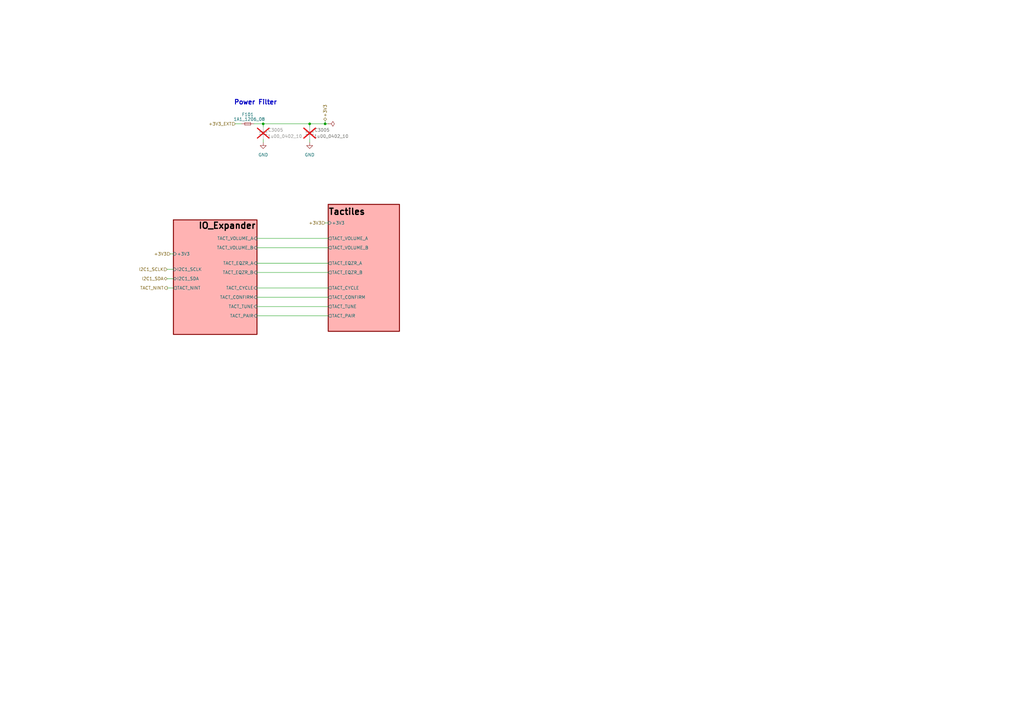
<source format=kicad_sch>
(kicad_sch (version 20230121) (generator eeschema)
  (paper "A3")
  (title_block (title "Tactile Board") (date "2023-08-07") (rev "1") (company "Beep Boop"))
  (lib_symbols
    (symbol "Device:C_Small" (pin_numbers hide) (pin_names (offset 0.254) hide)
      (property "Reference" "C" (at 0.254 1.778 0))
      (property "Value" "C_Small" (at 0.254 -2.032 0))
      (symbol "C_Small_0_1"
        (polyline (pts (xy -1.524 -0.508) (xy 1.524 -0.508)) (stroke (width 0.3302)))
        (polyline (pts (xy -1.524 0.508) (xy 1.524 0.508)) (stroke (width 0.3048)))
      )
      (symbol "C_Small_1_1"
        (pin passive line (at 0 2.54 270) (length 2.032) (name "~") (number "1"))
        (pin passive line (at 0 -2.54 90) (length 2.032) (name "~") (number "2"))
      )
    )
    (symbol "Device:Fuse_Small" (pin_numbers hide) (pin_names (offset 0.254) hide)
      (property "Reference" "F" (at 0 -1.524 0))
      (property "Value" "Fuse_Small" (at 0 1.524 0))
      (symbol "Fuse_Small_0_1"
        (rectangle (start -1.27 0.508) (end 1.27 -0.508))
        (polyline (pts (xy -1.27 0) (xy 1.27 0)))
      )
      (symbol "Fuse_Small_1_1"
        (pin passive line (at -2.54 0 0) (length 1.27) (name "~") (number "1"))
        (pin passive line (at 2.54 0 180) (length 1.27) (name "~") (number "2"))
      )
    )
    (symbol "power:GND" (power) (pin_names (offset 0))
      (property "Value" "GND" (at 0 -3.81 0))
      (symbol "GND_0_1"
        (polyline (pts (xy 0 0) (xy 0 -1.27) (xy 1.27 -1.27) (xy 0 -2.54) (xy -1.27 -1.27) (xy 0 -1.27)))
      )
      (symbol "GND_1_1"
        (pin power_in line (at 0 0 270) (length 0) hide (name "GND") (number "1"))
      )
    )
    (symbol "power:PWR_FLAG" (power) (pin_numbers hide) (pin_names (offset 0) hide)
      (property "Value" "PWR_FLAG" (at 0 3.81 0))
      (symbol "PWR_FLAG_0_0"
        (pin power_out line (at 0 0 90) (length 0) (name "pwr") (number "1"))
      )
      (symbol "PWR_FLAG_0_1"
        (polyline (pts (xy 0 0) (xy 0 1.27) (xy -1.016 1.905) (xy 0 2.54) (xy 1.016 1.905) (xy 0 1.27)))
      )
    )
  )
  (junction (at 127 50.8))
  (junction (at 107.95 50.8))
  (junction (at 133.35 50.8))
  (wire (pts (xy 105.41 111.76) (xy 134.62 111.76)))
  (wire (pts (xy 68.58 110.49) (xy 71.12 110.49)))
  (wire (pts (xy 96.52 50.8) (xy 99.06 50.8)))
  (wire (pts (xy 105.41 125.73) (xy 134.62 125.73)))
  (wire (pts (xy 133.35 50.8) (xy 134.62 50.8)))
  (wire (pts (xy 105.41 107.95) (xy 134.62 107.95)))
  (wire (pts (xy 68.58 114.3) (xy 71.12 114.3)))
  (wire (pts (xy 105.41 129.54) (xy 134.62 129.54)))
  (wire (pts (xy 105.41 101.6) (xy 134.62 101.6)))
  (wire (pts (xy 105.41 97.79) (xy 134.62 97.79)))
  (wire (pts (xy 105.41 121.92) (xy 134.62 121.92)))
  (wire (pts (xy 104.14 50.8) (xy 107.95 50.8)))
  (wire (pts (xy 107.95 50.8) (xy 127 50.8)))
  (wire (pts (xy 107.95 57.15) (xy 107.95 58.42)))
  (wire (pts (xy 127 57.15) (xy 127 58.42)))
  (wire (pts (xy 107.95 52.07) (xy 107.95 50.8)))
  (wire (pts (xy 133.35 91.44) (xy 134.62 91.44)))
  (wire (pts (xy 127 50.8) (xy 133.35 50.8)))
  (wire (pts (xy 68.58 118.11) (xy 71.12 118.11)))
  (wire (pts (xy 127 50.8) (xy 127 52.07)))
  (wire (pts (xy 133.35 49.53) (xy 133.35 50.8)))
  (wire (pts (xy 69.85 104.14) (xy 71.12 104.14)))
  (wire (pts (xy 105.41 118.11) (xy 134.62 118.11)))
  (text "Power Filter\n" (at 95.885 43.18 0) (effects (font (size 1.905 1.905) (thickness 0.381) bold) (justify left bottom)))
  (hierarchical_label "+3V3" (shape input) (at 133.35 91.44 180))
  (hierarchical_label "I2C1_SDA" (shape bidirectional) (at 68.58 114.3 180))
  (hierarchical_label "TACT_NINT" (shape output) (at 68.58 118.11 180))
  (hierarchical_label "I2C1_SCLK" (shape input) (at 68.58 110.49 180))
  (hierarchical_label "+3V3" (shape bidirectional) (at 133.35 49.53 90))
  (hierarchical_label "+3V3_EXT" (shape input) (at 96.52 50.8 180))
  (hierarchical_label "+3V3" (shape input) (at 69.85 104.14 180))
  (symbol (lib_id "Device:C_Small") (at 127 54.61 180) (unit 1) (dnp yes)
    (property "Reference" "C3005" (at 132.08 53.34 0))
    (property "Value" "1u00_0402_10" (at 135.89 55.88 0))
    (property "Footprint" "Footprint_Library:0402_1005Metric_Handsolder" (effects hide))
    (instances (project "Tactile_Board" (path "" (reference "C3005") (unit 1)) (path "" (reference "C1101") (unit 1)) (path "" (reference "C101") (unit 1))) (project "Beacon" (path "" (reference "C16") (unit 1)) (path "" (reference "C49") (unit 1)) (path "" (reference "C53") (unit 1)) (path "" (reference "C14003") (unit 1))) (project "Beacon_Multiboard" (path "" (reference "C302") (unit 1)) (path "" (reference "C16") (unit 1))))
  )
  (symbol (lib_id "power:PWR_FLAG") (at 134.62 50.8 270) (unit 1)
    (property "Reference" "#FLG0301" (effects hide))
    (property "Value" "PWR_FLAG" (effects hide))
  )
  (symbol (lib_id "Device:C_Small") (at 107.95 54.61 180) (unit 1) (dnp yes)
    (property "Reference" "C3005" (at 113.03 53.34 0))
    (property "Value" "1u00_0402_10" (at 116.84 55.88 0))
    (property "Footprint" "Footprint_Library:0402_1005Metric_Handsolder" (effects hide))
    (instances (project "Tactile_Board" (path "" (reference "C3005") (unit 1)) (path "" (reference "C1101") (unit 1)) (path "" (reference "C101") (unit 1))) (project "Beacon" (path "" (reference "C16") (unit 1)) (path "" (reference "C49") (unit 1)) (path "" (reference "C53") (unit 1)) (path "" (reference "C14003") (unit 1))) (project "Beacon_Multiboard" (path "" (reference "C301") (unit 1)) (path "" (reference "C16") (unit 1))))
  )
  (symbol (lib_id "power:GND") (at 107.95 58.42 0) (unit 1)
    (property "Reference" "#PWR0301" (effects hide))
    (property "Value" "GND" (at 107.95 63.5 0))
  )
  (symbol (lib_id "power:GND") (at 127 58.42 0) (unit 1)
    (property "Reference" "#PWR0517" (effects hide))
    (property "Value" "GND" (at 127 63.5 0))
  )
  (symbol (lib_id "Device:Fuse_Small") (at 101.6 50.8 0) (unit 1)
    (property "Reference" "F101" (at 101.6 46.99 0))
    (property "Value" "1A1_1206_08" (at 102.235 48.895 0))
    (property "Footprint" "Footprint_Library:1206_3216Metric_Handsolder" (effects hide))
    (property "Datasheet" "https://www.mouser.com/ProductDetail/YAGEO/SMD1206B110TFT?qs=PzGy0jfpSMt57N16Hl8Plw%3D%3D" (effects hide))
    (instances (project "Tactile_Board" (path "" (reference "F101") (unit 1))) (project "Beacon_Multiboard" (path "" (reference "F301") (unit 1)) (path "" (reference "F3") (unit 1))))
  )
  (sheet (at 71.12 90.17) (size 34.29 46.99) (stroke (width 0.381)) (fill (color 255 0 0 0.3000))
    (property "Sheetname" "IO_Expander" (at 81.28 93.98 0) (effects (font (size 2.54 2.54) bold) (justify left bottom)))
    (property "Sheetfile" "IO_Expander.kicad_sch" (effects hide))
    (pin "TACT_VOLUME_A" input (at 105.41 97.79 0))
    (pin "TACT_EQZR_B" input (at 105.41 111.76 0))
    (pin "TACT_CONFIRM" input (at 105.41 121.92 0))
    (pin "TACT_EQZR_A" input (at 105.41 107.95 0))
    (pin "TACT_CYCLE" input (at 105.41 118.11 0))
    (pin "TACT_VOLUME_B" input (at 105.41 101.6 0))
    (pin "I2C1_SCLK" input (at 71.12 110.49 180))
    (pin "TACT_PAIR" input (at 105.41 129.54 0))
    (pin "TACT_TUNE" input (at 105.41 125.73 0))
    (pin "TACT_NINT" output (at 71.12 118.11 180))
    (pin "I2C1_SDA" bidirectional (at 71.12 114.3 180))
    (pin "+3V3" input (at 71.12 104.14 180))
  )
  (sheet (at 134.62 83.82) (size 29.21 52.07) (stroke (width 0.381)) (fill (color 255 0 0 0.3000))
    (property "Sheetname" "Tactiles" (at 134.62 88.265 0) (effects (font (size 2.54 2.54) bold) (justify left bottom)))
    (property "Sheetfile" "Tactiles.kicad_sch" (effects hide))
    (property "Pagenumber" "12" (effects hide))
    (pin "TACT_EQZR_B" output (at 134.62 111.76 180))
    (pin "TACT_PAIR" output (at 134.62 129.54 180))
    (pin "TACT_VOLUME_A" output (at 134.62 97.79 180))
    (pin "TACT_EQZR_A" output (at 134.62 107.95 180))
    (pin "TACT_VOLUME_B" output (at 134.62 101.6 180))
    (pin "TACT_CONFIRM" output (at 134.62 121.92 180))
    (pin "TACT_CYCLE" output (at 134.62 118.11 180))
    (pin "TACT_TUNE" output (at 134.62 125.73 180))
    (pin "+3V3" input (at 134.62 91.44 180))
  )
)
</source>
